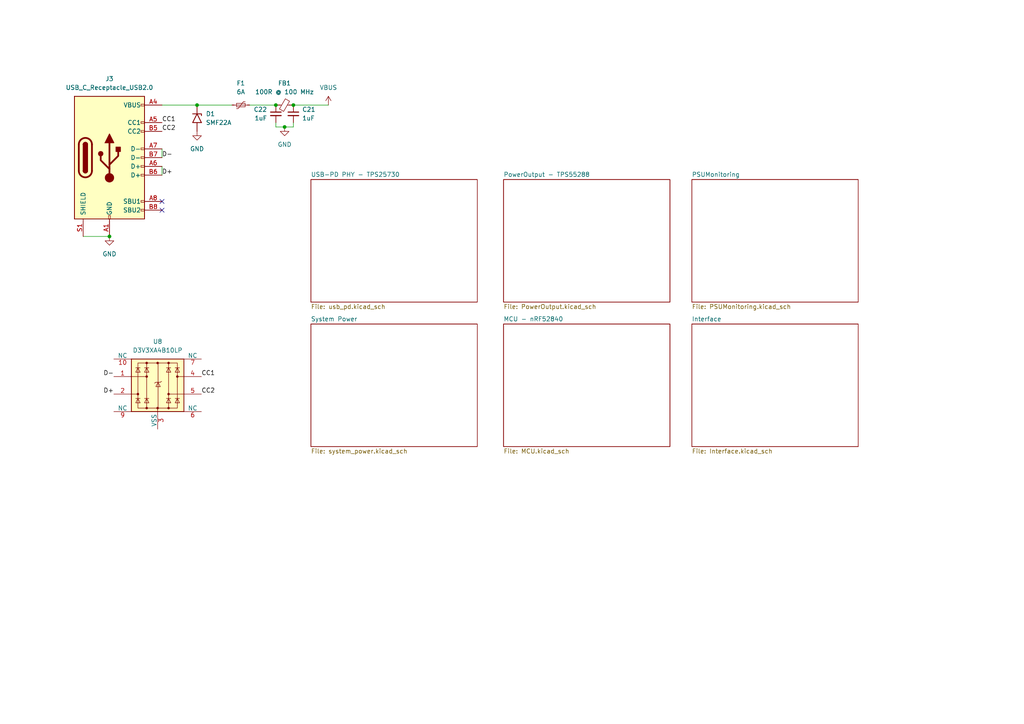
<source format=kicad_sch>
(kicad_sch (version 20231120) (generator "eeschema") (generator_version "7.99")
  (paper "A4")
  (lib_symbols
    (symbol "Connector:USB_C_Receptacle_USB2.0" (pin_names (offset 1.016))
      (property "Reference" "J" (at -10.16 19.05 0))
      (property "Value" "USB_C_Receptacle_USB2.0" (at 19.05 19.05 0))
      (symbol "USB_C_Receptacle_USB2.0_0_0"
        (rectangle (start -0.254 -17.78) (end 0.254 -16.764))
        (rectangle (start 10.16 -14.986) (end 9.144 -15.494))
        (rectangle (start 10.16 -12.446) (end 9.144 -12.954))
        (rectangle (start 10.16 -4.826) (end 9.144 -5.334))
        (rectangle (start 10.16 -2.286) (end 9.144 -2.794))
        (rectangle (start 10.16 0.254) (end 9.144 -0.254))
        (rectangle (start 10.16 2.794) (end 9.144 2.286))
        (rectangle (start 10.16 7.874) (end 9.144 7.366))
        (rectangle (start 10.16 10.414) (end 9.144 9.906))
        (rectangle (start 10.16 15.494) (end 9.144 14.986))
      )
      (symbol "USB_C_Receptacle_USB2.0_0_1"
        (rectangle (start -10.16 17.78) (end 10.16 -17.78) (stroke (width 0.254)) (fill (type background)))
        (arc (start -8.89 -3.81) (mid -6.985 -5.7067) (end -5.08 -3.81) (stroke (width 0.508)))
        (arc (start -7.62 -3.81) (mid -6.985 -4.4423) (end -6.35 -3.81) (stroke (width 0.254)))
        (arc (start -7.62 -3.81) (mid -6.985 -4.4423) (end -6.35 -3.81) (stroke (width 0.254)) (fill (type outline)))
        (rectangle (start -7.62 -3.81) (end -6.35 3.81) (stroke (width 0.254)) (fill (type outline)))
        (arc (start -6.35 3.81) (mid -6.985 4.4423) (end -7.62 3.81) (stroke (width 0.254)))
        (arc (start -6.35 3.81) (mid -6.985 4.4423) (end -7.62 3.81) (stroke (width 0.254)) (fill (type outline)))
        (arc (start -5.08 3.81) (mid -6.985 5.7067) (end -8.89 3.81) (stroke (width 0.508)))
        (circle (center -2.54 1.143) (radius 0.635) (stroke (width 0.254)) (fill (type outline)))
        (circle (center 0 -5.842) (radius 1.27) (fill (type outline)))
        (polyline (pts (xy -8.89 -3.81) (xy -8.89 3.81)) (stroke (width 0.508)))
        (polyline (pts (xy -5.08 3.81) (xy -5.08 -3.81)) (stroke (width 0.508)))
        (polyline (pts (xy 0 -5.842) (xy 0 4.318)) (stroke (width 0.508)))
        (polyline (pts (xy 0 -3.302) (xy -2.54 -0.762) (xy -2.54 0.508)) (stroke (width 0.508)))
        (polyline (pts (xy 0 -2.032) (xy 2.54 0.508) (xy 2.54 1.778)) (stroke (width 0.508)))
        (polyline (pts (xy -1.27 4.318) (xy 0 6.858) (xy 1.27 4.318) (xy -1.27 4.318)) (stroke (width 0.254)) (fill (type outline)))
        (rectangle (start 1.905 1.778) (end 3.175 3.048) (stroke (width 0.254)) (fill (type outline)))
      )
      (symbol "USB_C_Receptacle_USB2.0_1_1"
        (pin passive line (at 0 -22.86 90) (length 5.08) (name "GND") (number "A1"))
        (pin passive line (at 0 -22.86 90) (length 5.08) hide (name "GND") (number "A12"))
        (pin passive line (at 15.24 15.24 180) (length 5.08) (name "VBUS") (number "A4"))
        (pin bidirectional line (at 15.24 10.16 180) (length 5.08) (name "CC1") (number "A5"))
        (pin bidirectional line (at 15.24 -2.54 180) (length 5.08) (name "D+") (number "A6"))
        (pin bidirectional line (at 15.24 2.54 180) (length 5.08) (name "D-") (number "A7"))
        (pin bidirectional line (at 15.24 -12.7 180) (length 5.08) (name "SBU1") (number "A8"))
        (pin passive line (at 15.24 15.24 180) (length 5.08) hide (name "VBUS") (number "A9"))
        (pin passive line (at 0 -22.86 90) (length 5.08) hide (name "GND") (number "B1"))
        (pin passive line (at 0 -22.86 90) (length 5.08) hide (name "GND") (number "B12"))
        (pin passive line (at 15.24 15.24 180) (length 5.08) hide (name "VBUS") (number "B4"))
        (pin bidirectional line (at 15.24 7.62 180) (length 5.08) (name "CC2") (number "B5"))
        (pin bidirectional line (at 15.24 -5.08 180) (length 5.08) (name "D+") (number "B6"))
        (pin bidirectional line (at 15.24 0 180) (length 5.08) (name "D-") (number "B7"))
        (pin bidirectional line (at 15.24 -15.24 180) (length 5.08) (name "SBU2") (number "B8"))
        (pin passive line (at 15.24 15.24 180) (length 5.08) hide (name "VBUS") (number "B9"))
        (pin passive line (at -7.62 -22.86 90) (length 5.08) (name "SHIELD") (number "S1"))
      )
    )
    (symbol "Device:C_Small" (pin_numbers hide) (pin_names (offset 0.254) hide)
      (property "Reference" "C" (at 0.254 1.778 0))
      (property "Value" "C_Small" (at 0.254 -2.032 0))
      (symbol "C_Small_0_1"
        (polyline (pts (xy -1.524 -0.508) (xy 1.524 -0.508)) (stroke (width 0.3302)))
        (polyline (pts (xy -1.524 0.508) (xy 1.524 0.508)) (stroke (width 0.3048)))
      )
      (symbol "C_Small_1_1"
        (pin passive line (at 0 2.54 270) (length 2.032) (name "~") (number "1"))
        (pin passive line (at 0 -2.54 90) (length 2.032) (name "~") (number "2"))
      )
    )
    (symbol "Device:FerriteBead_Small" (pin_numbers hide) (pin_names (offset 0))
      (property "Reference" "FB" (at 1.905 1.27 0))
      (property "Value" "FerriteBead_Small" (at 1.905 -1.27 0))
      (symbol "FerriteBead_Small_0_1"
        (polyline (pts (xy 0 -1.27) (xy 0 -0.7874)))
        (polyline (pts (xy 0 0.889) (xy 0 1.2954)))
        (polyline (pts (xy -1.8288 0.2794) (xy -1.1176 1.4986) (xy 1.8288 -0.2032) (xy 1.1176 -1.4224) (xy -1.8288 0.2794)))
      )
      (symbol "FerriteBead_Small_1_1"
        (pin passive line (at 0 2.54 270) (length 1.27) (name "~") (number "1"))
        (pin passive line (at 0 -2.54 90) (length 1.27) (name "~") (number "2"))
      )
    )
    (symbol "Device:Polyfuse_Small" (pin_numbers hide) (pin_names (offset 0))
      (property "Reference" "F" (at -1.905 0 90))
      (property "Value" "Polyfuse_Small" (at 1.905 0 90))
      (symbol "Polyfuse_Small_0_1"
        (rectangle (start -0.508 1.27) (end 0.508 -1.27))
        (polyline (pts (xy 0 2.54) (xy 0 -2.54)))
        (polyline (pts (xy -1.016 1.27) (xy -1.016 0.762) (xy 1.016 -0.762) (xy 1.016 -1.27)))
      )
      (symbol "Polyfuse_Small_1_1"
        (pin passive line (at 0 2.54 270) (length 0.635) (name "~") (number "1"))
        (pin passive line (at 0 -2.54 90) (length 0.635) (name "~") (number "2"))
      )
    )
    (symbol "Diode:SMF22A" (pin_numbers hide) (pin_names (offset 1.016) hide)
      (property "Reference" "D" (at 0 2.54 0))
      (property "Value" "SMF22A" (at 0 -2.54 0))
      (symbol "SMF22A_0_1"
        (polyline (pts (xy -0.762 1.27) (xy -1.27 1.27) (xy -1.27 -1.27)) (stroke (width 0.254)))
        (polyline (pts (xy 1.27 1.27) (xy 1.27 -1.27) (xy -1.27 0) (xy 1.27 1.27)) (stroke (width 0.254)))
      )
      (symbol "SMF22A_1_1"
        (pin passive line (at -3.81 0 0) (length 2.54) (name "A1") (number "1"))
        (pin passive line (at 3.81 0 180) (length 2.54) (name "A2") (number "2"))
      )
    )
    (symbol "Power_Protection:D3V3XA4B10LP" (pin_names (offset 0))
      (property "Reference" "U" (at -0.635 8.89 0))
      (property "Value" "D3V3XA4B10LP" (at 8.89 -10.16 0))
      (symbol "D3V3XA4B10LP_0_0"
        (rectangle (start -5.715 6.477) (end 5.715 -6.604))
        (polyline (pts (xy -3.175 -6.604) (xy -3.175 6.477)))
        (polyline (pts (xy 0.127 6.477) (xy 0.127 -6.604)))
        (polyline (pts (xy 3.175 6.477) (xy 3.175 -6.604)))
      )
      (symbol "D3V3XA4B10LP_0_1"
        (rectangle (start -7.62 7.62) (end 7.62 -7.62) (stroke (width 0.254)) (fill (type background)))
        (circle (center -5.715 -2.54) (radius 0.2794) (fill (type outline)))
        (circle (center -3.175 -6.604) (radius 0.2794) (fill (type outline)))
        (circle (center -3.175 2.54) (radius 0.2794) (fill (type outline)))
        (circle (center -3.175 6.477) (radius 0.2794) (fill (type outline)))
        (circle (center 0 -6.604) (radius 0.2794) (fill (type outline)))
        (polyline (pts (xy -7.747 2.54) (xy -3.175 2.54)))
        (polyline (pts (xy -7.62 -2.54) (xy -5.715 -2.54)))
        (polyline (pts (xy -5.08 -3.81) (xy -6.35 -3.81)))
        (polyline (pts (xy -5.08 5.08) (xy -6.35 5.08)))
        (polyline (pts (xy -2.54 -3.81) (xy -3.81 -3.81)))
        (polyline (pts (xy -2.54 5.08) (xy -3.81 5.08)))
        (polyline (pts (xy -0.508 0.889) (xy -0.889 0.635)))
        (polyline (pts (xy 0 -6.604) (xy 0 -7.62)))
        (polyline (pts (xy 0.762 0.889) (xy -0.508 0.889)))
        (polyline (pts (xy 0.762 0.889) (xy 1.143 1.143)))
        (polyline (pts (xy 3.81 -3.81) (xy 2.54 -3.81)))
        (polyline (pts (xy 3.81 5.08) (xy 2.54 5.08)))
        (polyline (pts (xy 6.35 -3.81) (xy 5.08 -3.81)))
        (polyline (pts (xy 6.35 5.08) (xy 5.08 5.08)))
        (polyline (pts (xy 7.62 -2.54) (xy 3.175 -2.54)))
        (polyline (pts (xy 7.62 2.54) (xy 5.715 2.54)))
        (polyline (pts (xy -5.08 -5.08) (xy -6.35 -5.08) (xy -5.715 -3.81) (xy -5.08 -5.08)))
        (polyline (pts (xy -5.08 3.81) (xy -6.35 3.81) (xy -5.715 5.08) (xy -5.08 3.81)))
        (polyline (pts (xy -2.54 -5.08) (xy -3.81 -5.08) (xy -3.175 -3.81) (xy -2.54 -5.08)))
        (polyline (pts (xy -2.54 3.81) (xy -3.81 3.81) (xy -3.175 5.08) (xy -2.54 3.81)))
        (polyline (pts (xy 0.762 -0.381) (xy -0.508 -0.381) (xy 0.127 0.889) (xy 0.762 -0.381)))
        (polyline (pts (xy 3.81 -5.08) (xy 2.54 -5.08) (xy 3.175 -3.81) (xy 3.81 -5.08)))
        (polyline (pts (xy 3.81 3.81) (xy 2.54 3.81) (xy 3.175 5.08) (xy 3.81 3.81)))
        (polyline (pts (xy 6.35 -5.08) (xy 5.08 -5.08) (xy 5.715 -3.81) (xy 6.35 -5.08)))
        (polyline (pts (xy 6.35 3.81) (xy 5.08 3.81) (xy 5.715 5.08) (xy 6.35 3.81)))
        (circle (center 0 6.477) (radius 0.2794) (fill (type outline)))
        (circle (center 3.175 -6.604) (radius 0.2794) (fill (type outline)))
        (circle (center 3.175 -2.54) (radius 0.2794) (fill (type outline)))
        (circle (center 3.175 6.477) (radius 0.2794) (fill (type outline)))
        (circle (center 5.715 2.54) (radius 0.2794) (fill (type outline)))
      )
      (symbol "D3V3XA4B10LP_1_1"
        (pin passive line (at -12.7 2.54 0) (length 5.08) (name "~") (number "1"))
        (pin free line (at -12.7 7.62 0) (length 5.08) (name "NC") (number "10"))
        (pin passive line (at -12.7 -2.54 0) (length 5.08) (name "~") (number "2"))
        (pin power_in line (at 0 -12.7 90) (length 5.08) (name "VSS") (number "3"))
        (pin passive line (at 12.7 2.54 180) (length 5.08) (name "~") (number "4"))
        (pin passive line (at 12.7 -2.54 180) (length 5.08) (name "~") (number "5"))
        (pin free line (at 12.7 -7.62 180) (length 5.08) (name "NC") (number "6"))
        (pin free line (at 12.7 7.62 180) (length 5.08) (name "NC") (number "7"))
        (pin passive line (at 0 -12.7 90) (length 5.08) hide (name "VSS") (number "8"))
        (pin free line (at -12.7 -7.62 0) (length 5.08) (name "NC") (number "9"))
      )
    )
    (symbol "power:GND" (power) (pin_names (offset 0))
      (property "Value" "GND" (at 0 -3.81 0))
      (symbol "GND_0_1"
        (polyline (pts (xy 0 0) (xy 0 -1.27) (xy 1.27 -1.27) (xy 0 -2.54) (xy -1.27 -1.27) (xy 0 -1.27)))
      )
      (symbol "GND_1_1"
        (pin power_in line (at 0 0 270) (length 0) hide (name "GND") (number "1"))
      )
    )
    (symbol "power:VBUS" (power) (pin_names (offset 0))
      (property "Value" "VBUS" (at 0 3.81 0))
      (symbol "VBUS_0_1"
        (polyline (pts (xy -0.762 1.27) (xy 0 2.54)))
        (polyline (pts (xy 0 0) (xy 0 2.54)))
        (polyline (pts (xy 0 2.54) (xy 0.762 1.27)))
      )
      (symbol "VBUS_1_1"
        (pin power_in line (at 0 0 90) (length 0) hide (name "VBUS") (number "1"))
      )
    )
  )
  (junction (at 31.75 68.58))
  (junction (at 82.55 36.83))
  (junction (at 80.01 30.48))
  (junction (at 85.09 30.48))
  (junction (at 57.15 30.48))
  (no_connect (at 46.99 60.96))
  (no_connect (at 46.99 58.42))
  (wire (pts (xy 80.01 36.83) (xy 80.01 35.56)))
  (wire (pts (xy 85.09 30.48) (xy 95.25 30.48)))
  (wire (pts (xy 85.09 35.56) (xy 85.09 36.83)))
  (wire (pts (xy 82.55 36.83) (xy 80.01 36.83)))
  (wire (pts (xy 57.15 30.48) (xy 67.31 30.48)))
  (wire (pts (xy 46.99 43.18) (xy 46.99 45.72)))
  (wire (pts (xy 85.09 36.83) (xy 82.55 36.83)))
  (wire (pts (xy 57.15 30.48) (xy 46.99 30.48)))
  (wire (pts (xy 46.99 48.26) (xy 46.99 50.8)))
  (wire (pts (xy 24.13 68.58) (xy 31.75 68.58)))
  (wire (pts (xy 72.39 30.48) (xy 80.01 30.48)))
  (label "CC2" (at 46.99 38.1 0))
  (label "D+" (at 33.02 114.3 180))
  (label "D-" (at 33.02 109.22 180))
  (label "D-" (at 46.99 45.72 0))
  (label "CC1" (at 46.99 35.56 0))
  (label "D+" (at 46.99 50.8 0))
  (label "CC2" (at 58.42 114.3 0))
  (label "CC1" (at 58.42 109.22 0))
  (symbol (lib_id "Device:FerriteBead_Small") (at 82.55 30.48 90) (unit 1)
    (property "Reference" "FB1" (at 82.5119 24.13 90))
    (property "Value" "100R @ 100 MHz" (at 82.5119 26.67 90))
    (property "Description" "Ferrite bead, small symbol" (effects (hide yes)))
  )
  (symbol (lib_id "Device:C_Small") (at 85.09 33.02 0) (unit 1)
    (property "Reference" "C21" (at 87.63 31.7562 0) (effects (justify left)))
    (property "Value" "1uF" (at 87.63 34.2962 0) (effects (justify left)))
    (property "Description" "Unpolarized capacitor, small symbol" (effects (hide yes)))
  )
  (symbol (lib_id "power:VBUS") (at 95.25 30.48 0) (unit 1)
    (property "Reference" "#PWR056" (effects (hide yes)))
    (property "Value" "VBUS" (at 95.25 25.4 0))
    (property "Description" "Power symbol creates a global label with name \"VBUS\"" (effects (hide yes)))
  )
  (symbol (lib_id "power:GND") (at 57.15 38.1 0) (unit 1)
    (property "Reference" "#PWR054" (effects (hide yes)))
    (property "Value" "GND" (at 57.15 43.18 0))
    (property "Description" "Power symbol creates a global label with name \"GND\" , ground" (effects (hide yes)))
  )
  (symbol (lib_id "Device:Polyfuse_Small") (at 69.85 30.48 90) (unit 1)
    (property "Reference" "F1" (at 69.85 24.13 90))
    (property "Value" "6A" (at 69.85 26.67 90))
    (property "Description" "Resettable fuse, polymeric positive temperature coefficient, small symbol" (effects (hide yes)))
  )
  (symbol (lib_id "Connector:USB_C_Receptacle_USB2.0") (at 31.75 45.72 0) (unit 1)
    (property "Reference" "J3" (at 31.75 22.86 0))
    (property "Value" "USB_C_Receptacle_USB2.0" (at 31.75 25.4 0))
    (property "Datasheet" "https://www.usb.org/sites/default/files/documents/usb_type-c.zip" (effects (hide yes)))
    (property "Description" "USB 2.0-only Type-C Receptacle connector" (effects (hide yes)))
  )
  (symbol (lib_id "power:GND") (at 82.55 36.83 0) (unit 1)
    (property "Reference" "#PWR055" (effects (hide yes)))
    (property "Value" "GND" (at 82.55 41.91 0))
    (property "Description" "Power symbol creates a global label with name \"GND\" , ground" (effects (hide yes)))
  )
  (symbol (lib_id "power:GND") (at 31.75 68.58 0) (unit 1)
    (property "Reference" "#PWR025" (effects (hide yes)))
    (property "Value" "GND" (at 31.75 73.66 0))
    (property "Description" "Power symbol creates a global label with name \"GND\" , ground" (effects (hide yes)))
  )
  (symbol (lib_id "Diode:SMF22A") (at 57.15 34.29 270) (unit 1)
    (property "Reference" "D1" (at 59.69 33.0199 90) (effects (justify left)))
    (property "Value" "SMF22A" (at 59.69 35.5599 90) (effects (justify left)))
    (property "Footprint" "Diode_SMD:D_SMF" (effects (hide yes)))
    (property "Datasheet" "https://www.vishay.com/doc?85881" (effects (hide yes)))
    (property "Description" "200W unidirectional Transil Transient Voltage Suppressor, 22Vrwm, SMF" (effects (hide yes)))
  )
  (symbol (lib_id "Device:C_Small") (at 80.01 33.02 0) (mirror y) (unit 1)
    (property "Reference" "C22" (at 77.47 31.7562 0) (effects (justify left)))
    (property "Value" "1uF" (at 77.47 34.2962 0) (effects (justify left)))
    (property "Description" "Unpolarized capacitor, small symbol" (effects (hide yes)))
  )
  (symbol (lib_id "Power_Protection:D3V3XA4B10LP") (at 45.72 111.76 0) (unit 1)
    (property "Reference" "U8" (at 45.72 99.06 0))
    (property "Value" "D3V3XA4B10LP" (at 45.72 101.6 0))
    (property "Footprint" "Package_DFN_QFN:Diodes_UDFN-10_1.0x2.5mm_P0.5mm" (effects (hide yes)))
    (property "Datasheet" "https://www.diodes.com/assets/Datasheets/D3V3XA4B10LP.pdf" (effects (hide yes)))
    (property "Description" "4-Channel Low Capacitance TVS Diode Array, DFN-10" (effects (hide yes)))
  )
  (sheet (at 200.66 52.07) (size 48.26 35.56) (stroke (width 0.1524))
    (property "Sheetname" "PSUMonitoring" (at 200.66 51.3584 0) (effects (justify left bottom)))
    (property "Sheetfile" "PSUMonitoring.kicad_sch" (at 200.66 88.2146 0) (effects (justify left top)))
  )
  (sheet (at 200.66 93.98) (size 48.26 35.56) (stroke (width 0.1524))
    (property "Sheetname" "Interface" (at 200.66 93.2684 0) (effects (justify left bottom)))
    (property "Sheetfile" "Interface.kicad_sch" (at 200.66 130.1246 0) (effects (justify left top)))
  )
  (sheet (at 90.17 52.07) (size 48.26 35.56) (stroke (width 0.1524))
    (property "Sheetname" "USB-PD PHY - TPS25730 " (at 90.17 51.3584 0) (effects (justify left bottom)))
    (property "Sheetfile" "usb_pd.kicad_sch" (at 90.17 88.2146 0) (effects (justify left top)))
  )
  (sheet (at 146.05 93.98) (size 48.26 35.56) (stroke (width 0.1524))
    (property "Sheetname" "MCU - nRF52840" (at 146.05 93.2684 0) (effects (justify left bottom)))
    (property "Sheetfile" "MCU.kicad_sch" (at 146.05 130.1246 0) (effects (justify left top)))
  )
  (sheet (at 90.17 93.98) (size 48.26 35.56) (stroke (width 0.1524))
    (property "Sheetname" "System Power" (at 90.17 93.2684 0) (effects (justify left bottom)))
    (property "Sheetfile" "system_power.kicad_sch" (at 90.17 130.1246 0) (effects (justify left top)))
  )
  (sheet (at 146.05 52.07) (size 48.26 35.56) (stroke (width 0.1524))
    (property "Sheetname" "PowerOutput - TPS55288" (at 146.05 51.3584 0) (effects (justify left bottom)))
    (property "Sheetfile" "PowerOutput.kicad_sch" (at 146.05 88.2146 0) (effects (justify left top)))
  )
)
</source>
